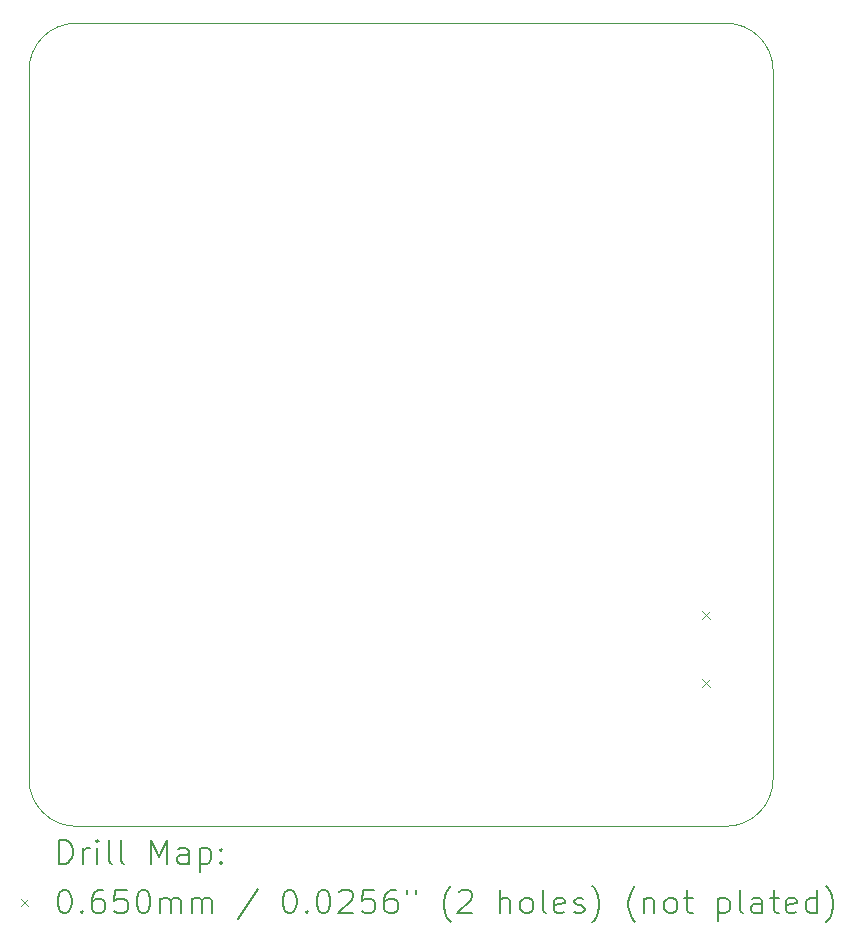
<source format=gbr>
%TF.GenerationSoftware,KiCad,Pcbnew,7.0.7*%
%TF.CreationDate,2024-02-22T09:52:41+01:00*%
%TF.ProjectId,Floppy Soldering station 3.0,466c6f70-7079-4205-936f-6c646572696e,1.0*%
%TF.SameCoordinates,Original*%
%TF.FileFunction,Drillmap*%
%TF.FilePolarity,Positive*%
%FSLAX45Y45*%
G04 Gerber Fmt 4.5, Leading zero omitted, Abs format (unit mm)*
G04 Created by KiCad (PCBNEW 7.0.7) date 2024-02-22 09:52:41*
%MOMM*%
%LPD*%
G01*
G04 APERTURE LIST*
%ADD10C,0.100000*%
%ADD11C,0.200000*%
%ADD12C,0.065000*%
G04 APERTURE END LIST*
D10*
X18700000Y-6600000D02*
G75*
G03*
X18300000Y-6200000I-400000J0D01*
G01*
X18300000Y-13000000D02*
G75*
G03*
X18700000Y-12600000I0J400000D01*
G01*
X12800000Y-6200000D02*
G75*
G03*
X12400000Y-6600000I0J-400000D01*
G01*
X18700000Y-12600000D02*
X18700000Y-6600000D01*
X12400000Y-6600000D02*
X12400000Y-12600000D01*
X12800000Y-13000000D02*
X18300000Y-13000000D01*
X18300000Y-6200000D02*
X12800000Y-6200000D01*
X12400000Y-12600000D02*
G75*
G03*
X12800000Y-13000000I400000J0D01*
G01*
D11*
D12*
X18099500Y-11178500D02*
X18164500Y-11243500D01*
X18164500Y-11178500D02*
X18099500Y-11243500D01*
X18099500Y-11756500D02*
X18164500Y-11821500D01*
X18164500Y-11756500D02*
X18099500Y-11821500D01*
D11*
X12655777Y-13316484D02*
X12655777Y-13116484D01*
X12655777Y-13116484D02*
X12703396Y-13116484D01*
X12703396Y-13116484D02*
X12731967Y-13126008D01*
X12731967Y-13126008D02*
X12751015Y-13145055D01*
X12751015Y-13145055D02*
X12760539Y-13164103D01*
X12760539Y-13164103D02*
X12770062Y-13202198D01*
X12770062Y-13202198D02*
X12770062Y-13230769D01*
X12770062Y-13230769D02*
X12760539Y-13268865D01*
X12760539Y-13268865D02*
X12751015Y-13287912D01*
X12751015Y-13287912D02*
X12731967Y-13306960D01*
X12731967Y-13306960D02*
X12703396Y-13316484D01*
X12703396Y-13316484D02*
X12655777Y-13316484D01*
X12855777Y-13316484D02*
X12855777Y-13183150D01*
X12855777Y-13221246D02*
X12865301Y-13202198D01*
X12865301Y-13202198D02*
X12874824Y-13192674D01*
X12874824Y-13192674D02*
X12893872Y-13183150D01*
X12893872Y-13183150D02*
X12912920Y-13183150D01*
X12979586Y-13316484D02*
X12979586Y-13183150D01*
X12979586Y-13116484D02*
X12970062Y-13126008D01*
X12970062Y-13126008D02*
X12979586Y-13135531D01*
X12979586Y-13135531D02*
X12989110Y-13126008D01*
X12989110Y-13126008D02*
X12979586Y-13116484D01*
X12979586Y-13116484D02*
X12979586Y-13135531D01*
X13103396Y-13316484D02*
X13084348Y-13306960D01*
X13084348Y-13306960D02*
X13074824Y-13287912D01*
X13074824Y-13287912D02*
X13074824Y-13116484D01*
X13208158Y-13316484D02*
X13189110Y-13306960D01*
X13189110Y-13306960D02*
X13179586Y-13287912D01*
X13179586Y-13287912D02*
X13179586Y-13116484D01*
X13436729Y-13316484D02*
X13436729Y-13116484D01*
X13436729Y-13116484D02*
X13503396Y-13259341D01*
X13503396Y-13259341D02*
X13570062Y-13116484D01*
X13570062Y-13116484D02*
X13570062Y-13316484D01*
X13751015Y-13316484D02*
X13751015Y-13211722D01*
X13751015Y-13211722D02*
X13741491Y-13192674D01*
X13741491Y-13192674D02*
X13722443Y-13183150D01*
X13722443Y-13183150D02*
X13684348Y-13183150D01*
X13684348Y-13183150D02*
X13665301Y-13192674D01*
X13751015Y-13306960D02*
X13731967Y-13316484D01*
X13731967Y-13316484D02*
X13684348Y-13316484D01*
X13684348Y-13316484D02*
X13665301Y-13306960D01*
X13665301Y-13306960D02*
X13655777Y-13287912D01*
X13655777Y-13287912D02*
X13655777Y-13268865D01*
X13655777Y-13268865D02*
X13665301Y-13249817D01*
X13665301Y-13249817D02*
X13684348Y-13240293D01*
X13684348Y-13240293D02*
X13731967Y-13240293D01*
X13731967Y-13240293D02*
X13751015Y-13230769D01*
X13846253Y-13183150D02*
X13846253Y-13383150D01*
X13846253Y-13192674D02*
X13865301Y-13183150D01*
X13865301Y-13183150D02*
X13903396Y-13183150D01*
X13903396Y-13183150D02*
X13922443Y-13192674D01*
X13922443Y-13192674D02*
X13931967Y-13202198D01*
X13931967Y-13202198D02*
X13941491Y-13221246D01*
X13941491Y-13221246D02*
X13941491Y-13278388D01*
X13941491Y-13278388D02*
X13931967Y-13297436D01*
X13931967Y-13297436D02*
X13922443Y-13306960D01*
X13922443Y-13306960D02*
X13903396Y-13316484D01*
X13903396Y-13316484D02*
X13865301Y-13316484D01*
X13865301Y-13316484D02*
X13846253Y-13306960D01*
X14027205Y-13297436D02*
X14036729Y-13306960D01*
X14036729Y-13306960D02*
X14027205Y-13316484D01*
X14027205Y-13316484D02*
X14017682Y-13306960D01*
X14017682Y-13306960D02*
X14027205Y-13297436D01*
X14027205Y-13297436D02*
X14027205Y-13316484D01*
X14027205Y-13192674D02*
X14036729Y-13202198D01*
X14036729Y-13202198D02*
X14027205Y-13211722D01*
X14027205Y-13211722D02*
X14017682Y-13202198D01*
X14017682Y-13202198D02*
X14027205Y-13192674D01*
X14027205Y-13192674D02*
X14027205Y-13211722D01*
D12*
X12330000Y-13612500D02*
X12395000Y-13677500D01*
X12395000Y-13612500D02*
X12330000Y-13677500D01*
D11*
X12693872Y-13536484D02*
X12712920Y-13536484D01*
X12712920Y-13536484D02*
X12731967Y-13546008D01*
X12731967Y-13546008D02*
X12741491Y-13555531D01*
X12741491Y-13555531D02*
X12751015Y-13574579D01*
X12751015Y-13574579D02*
X12760539Y-13612674D01*
X12760539Y-13612674D02*
X12760539Y-13660293D01*
X12760539Y-13660293D02*
X12751015Y-13698388D01*
X12751015Y-13698388D02*
X12741491Y-13717436D01*
X12741491Y-13717436D02*
X12731967Y-13726960D01*
X12731967Y-13726960D02*
X12712920Y-13736484D01*
X12712920Y-13736484D02*
X12693872Y-13736484D01*
X12693872Y-13736484D02*
X12674824Y-13726960D01*
X12674824Y-13726960D02*
X12665301Y-13717436D01*
X12665301Y-13717436D02*
X12655777Y-13698388D01*
X12655777Y-13698388D02*
X12646253Y-13660293D01*
X12646253Y-13660293D02*
X12646253Y-13612674D01*
X12646253Y-13612674D02*
X12655777Y-13574579D01*
X12655777Y-13574579D02*
X12665301Y-13555531D01*
X12665301Y-13555531D02*
X12674824Y-13546008D01*
X12674824Y-13546008D02*
X12693872Y-13536484D01*
X12846253Y-13717436D02*
X12855777Y-13726960D01*
X12855777Y-13726960D02*
X12846253Y-13736484D01*
X12846253Y-13736484D02*
X12836729Y-13726960D01*
X12836729Y-13726960D02*
X12846253Y-13717436D01*
X12846253Y-13717436D02*
X12846253Y-13736484D01*
X13027205Y-13536484D02*
X12989110Y-13536484D01*
X12989110Y-13536484D02*
X12970062Y-13546008D01*
X12970062Y-13546008D02*
X12960539Y-13555531D01*
X12960539Y-13555531D02*
X12941491Y-13584103D01*
X12941491Y-13584103D02*
X12931967Y-13622198D01*
X12931967Y-13622198D02*
X12931967Y-13698388D01*
X12931967Y-13698388D02*
X12941491Y-13717436D01*
X12941491Y-13717436D02*
X12951015Y-13726960D01*
X12951015Y-13726960D02*
X12970062Y-13736484D01*
X12970062Y-13736484D02*
X13008158Y-13736484D01*
X13008158Y-13736484D02*
X13027205Y-13726960D01*
X13027205Y-13726960D02*
X13036729Y-13717436D01*
X13036729Y-13717436D02*
X13046253Y-13698388D01*
X13046253Y-13698388D02*
X13046253Y-13650769D01*
X13046253Y-13650769D02*
X13036729Y-13631722D01*
X13036729Y-13631722D02*
X13027205Y-13622198D01*
X13027205Y-13622198D02*
X13008158Y-13612674D01*
X13008158Y-13612674D02*
X12970062Y-13612674D01*
X12970062Y-13612674D02*
X12951015Y-13622198D01*
X12951015Y-13622198D02*
X12941491Y-13631722D01*
X12941491Y-13631722D02*
X12931967Y-13650769D01*
X13227205Y-13536484D02*
X13131967Y-13536484D01*
X13131967Y-13536484D02*
X13122443Y-13631722D01*
X13122443Y-13631722D02*
X13131967Y-13622198D01*
X13131967Y-13622198D02*
X13151015Y-13612674D01*
X13151015Y-13612674D02*
X13198634Y-13612674D01*
X13198634Y-13612674D02*
X13217682Y-13622198D01*
X13217682Y-13622198D02*
X13227205Y-13631722D01*
X13227205Y-13631722D02*
X13236729Y-13650769D01*
X13236729Y-13650769D02*
X13236729Y-13698388D01*
X13236729Y-13698388D02*
X13227205Y-13717436D01*
X13227205Y-13717436D02*
X13217682Y-13726960D01*
X13217682Y-13726960D02*
X13198634Y-13736484D01*
X13198634Y-13736484D02*
X13151015Y-13736484D01*
X13151015Y-13736484D02*
X13131967Y-13726960D01*
X13131967Y-13726960D02*
X13122443Y-13717436D01*
X13360539Y-13536484D02*
X13379586Y-13536484D01*
X13379586Y-13536484D02*
X13398634Y-13546008D01*
X13398634Y-13546008D02*
X13408158Y-13555531D01*
X13408158Y-13555531D02*
X13417682Y-13574579D01*
X13417682Y-13574579D02*
X13427205Y-13612674D01*
X13427205Y-13612674D02*
X13427205Y-13660293D01*
X13427205Y-13660293D02*
X13417682Y-13698388D01*
X13417682Y-13698388D02*
X13408158Y-13717436D01*
X13408158Y-13717436D02*
X13398634Y-13726960D01*
X13398634Y-13726960D02*
X13379586Y-13736484D01*
X13379586Y-13736484D02*
X13360539Y-13736484D01*
X13360539Y-13736484D02*
X13341491Y-13726960D01*
X13341491Y-13726960D02*
X13331967Y-13717436D01*
X13331967Y-13717436D02*
X13322443Y-13698388D01*
X13322443Y-13698388D02*
X13312920Y-13660293D01*
X13312920Y-13660293D02*
X13312920Y-13612674D01*
X13312920Y-13612674D02*
X13322443Y-13574579D01*
X13322443Y-13574579D02*
X13331967Y-13555531D01*
X13331967Y-13555531D02*
X13341491Y-13546008D01*
X13341491Y-13546008D02*
X13360539Y-13536484D01*
X13512920Y-13736484D02*
X13512920Y-13603150D01*
X13512920Y-13622198D02*
X13522443Y-13612674D01*
X13522443Y-13612674D02*
X13541491Y-13603150D01*
X13541491Y-13603150D02*
X13570063Y-13603150D01*
X13570063Y-13603150D02*
X13589110Y-13612674D01*
X13589110Y-13612674D02*
X13598634Y-13631722D01*
X13598634Y-13631722D02*
X13598634Y-13736484D01*
X13598634Y-13631722D02*
X13608158Y-13612674D01*
X13608158Y-13612674D02*
X13627205Y-13603150D01*
X13627205Y-13603150D02*
X13655777Y-13603150D01*
X13655777Y-13603150D02*
X13674824Y-13612674D01*
X13674824Y-13612674D02*
X13684348Y-13631722D01*
X13684348Y-13631722D02*
X13684348Y-13736484D01*
X13779586Y-13736484D02*
X13779586Y-13603150D01*
X13779586Y-13622198D02*
X13789110Y-13612674D01*
X13789110Y-13612674D02*
X13808158Y-13603150D01*
X13808158Y-13603150D02*
X13836729Y-13603150D01*
X13836729Y-13603150D02*
X13855777Y-13612674D01*
X13855777Y-13612674D02*
X13865301Y-13631722D01*
X13865301Y-13631722D02*
X13865301Y-13736484D01*
X13865301Y-13631722D02*
X13874824Y-13612674D01*
X13874824Y-13612674D02*
X13893872Y-13603150D01*
X13893872Y-13603150D02*
X13922443Y-13603150D01*
X13922443Y-13603150D02*
X13941491Y-13612674D01*
X13941491Y-13612674D02*
X13951015Y-13631722D01*
X13951015Y-13631722D02*
X13951015Y-13736484D01*
X14341491Y-13526960D02*
X14170063Y-13784103D01*
X14598634Y-13536484D02*
X14617682Y-13536484D01*
X14617682Y-13536484D02*
X14636729Y-13546008D01*
X14636729Y-13546008D02*
X14646253Y-13555531D01*
X14646253Y-13555531D02*
X14655777Y-13574579D01*
X14655777Y-13574579D02*
X14665301Y-13612674D01*
X14665301Y-13612674D02*
X14665301Y-13660293D01*
X14665301Y-13660293D02*
X14655777Y-13698388D01*
X14655777Y-13698388D02*
X14646253Y-13717436D01*
X14646253Y-13717436D02*
X14636729Y-13726960D01*
X14636729Y-13726960D02*
X14617682Y-13736484D01*
X14617682Y-13736484D02*
X14598634Y-13736484D01*
X14598634Y-13736484D02*
X14579586Y-13726960D01*
X14579586Y-13726960D02*
X14570063Y-13717436D01*
X14570063Y-13717436D02*
X14560539Y-13698388D01*
X14560539Y-13698388D02*
X14551015Y-13660293D01*
X14551015Y-13660293D02*
X14551015Y-13612674D01*
X14551015Y-13612674D02*
X14560539Y-13574579D01*
X14560539Y-13574579D02*
X14570063Y-13555531D01*
X14570063Y-13555531D02*
X14579586Y-13546008D01*
X14579586Y-13546008D02*
X14598634Y-13536484D01*
X14751015Y-13717436D02*
X14760539Y-13726960D01*
X14760539Y-13726960D02*
X14751015Y-13736484D01*
X14751015Y-13736484D02*
X14741491Y-13726960D01*
X14741491Y-13726960D02*
X14751015Y-13717436D01*
X14751015Y-13717436D02*
X14751015Y-13736484D01*
X14884348Y-13536484D02*
X14903396Y-13536484D01*
X14903396Y-13536484D02*
X14922444Y-13546008D01*
X14922444Y-13546008D02*
X14931967Y-13555531D01*
X14931967Y-13555531D02*
X14941491Y-13574579D01*
X14941491Y-13574579D02*
X14951015Y-13612674D01*
X14951015Y-13612674D02*
X14951015Y-13660293D01*
X14951015Y-13660293D02*
X14941491Y-13698388D01*
X14941491Y-13698388D02*
X14931967Y-13717436D01*
X14931967Y-13717436D02*
X14922444Y-13726960D01*
X14922444Y-13726960D02*
X14903396Y-13736484D01*
X14903396Y-13736484D02*
X14884348Y-13736484D01*
X14884348Y-13736484D02*
X14865301Y-13726960D01*
X14865301Y-13726960D02*
X14855777Y-13717436D01*
X14855777Y-13717436D02*
X14846253Y-13698388D01*
X14846253Y-13698388D02*
X14836729Y-13660293D01*
X14836729Y-13660293D02*
X14836729Y-13612674D01*
X14836729Y-13612674D02*
X14846253Y-13574579D01*
X14846253Y-13574579D02*
X14855777Y-13555531D01*
X14855777Y-13555531D02*
X14865301Y-13546008D01*
X14865301Y-13546008D02*
X14884348Y-13536484D01*
X15027206Y-13555531D02*
X15036729Y-13546008D01*
X15036729Y-13546008D02*
X15055777Y-13536484D01*
X15055777Y-13536484D02*
X15103396Y-13536484D01*
X15103396Y-13536484D02*
X15122444Y-13546008D01*
X15122444Y-13546008D02*
X15131967Y-13555531D01*
X15131967Y-13555531D02*
X15141491Y-13574579D01*
X15141491Y-13574579D02*
X15141491Y-13593627D01*
X15141491Y-13593627D02*
X15131967Y-13622198D01*
X15131967Y-13622198D02*
X15017682Y-13736484D01*
X15017682Y-13736484D02*
X15141491Y-13736484D01*
X15322444Y-13536484D02*
X15227206Y-13536484D01*
X15227206Y-13536484D02*
X15217682Y-13631722D01*
X15217682Y-13631722D02*
X15227206Y-13622198D01*
X15227206Y-13622198D02*
X15246253Y-13612674D01*
X15246253Y-13612674D02*
X15293872Y-13612674D01*
X15293872Y-13612674D02*
X15312920Y-13622198D01*
X15312920Y-13622198D02*
X15322444Y-13631722D01*
X15322444Y-13631722D02*
X15331967Y-13650769D01*
X15331967Y-13650769D02*
X15331967Y-13698388D01*
X15331967Y-13698388D02*
X15322444Y-13717436D01*
X15322444Y-13717436D02*
X15312920Y-13726960D01*
X15312920Y-13726960D02*
X15293872Y-13736484D01*
X15293872Y-13736484D02*
X15246253Y-13736484D01*
X15246253Y-13736484D02*
X15227206Y-13726960D01*
X15227206Y-13726960D02*
X15217682Y-13717436D01*
X15503396Y-13536484D02*
X15465301Y-13536484D01*
X15465301Y-13536484D02*
X15446253Y-13546008D01*
X15446253Y-13546008D02*
X15436729Y-13555531D01*
X15436729Y-13555531D02*
X15417682Y-13584103D01*
X15417682Y-13584103D02*
X15408158Y-13622198D01*
X15408158Y-13622198D02*
X15408158Y-13698388D01*
X15408158Y-13698388D02*
X15417682Y-13717436D01*
X15417682Y-13717436D02*
X15427206Y-13726960D01*
X15427206Y-13726960D02*
X15446253Y-13736484D01*
X15446253Y-13736484D02*
X15484348Y-13736484D01*
X15484348Y-13736484D02*
X15503396Y-13726960D01*
X15503396Y-13726960D02*
X15512920Y-13717436D01*
X15512920Y-13717436D02*
X15522444Y-13698388D01*
X15522444Y-13698388D02*
X15522444Y-13650769D01*
X15522444Y-13650769D02*
X15512920Y-13631722D01*
X15512920Y-13631722D02*
X15503396Y-13622198D01*
X15503396Y-13622198D02*
X15484348Y-13612674D01*
X15484348Y-13612674D02*
X15446253Y-13612674D01*
X15446253Y-13612674D02*
X15427206Y-13622198D01*
X15427206Y-13622198D02*
X15417682Y-13631722D01*
X15417682Y-13631722D02*
X15408158Y-13650769D01*
X15598634Y-13536484D02*
X15598634Y-13574579D01*
X15674825Y-13536484D02*
X15674825Y-13574579D01*
X15970063Y-13812674D02*
X15960539Y-13803150D01*
X15960539Y-13803150D02*
X15941491Y-13774579D01*
X15941491Y-13774579D02*
X15931968Y-13755531D01*
X15931968Y-13755531D02*
X15922444Y-13726960D01*
X15922444Y-13726960D02*
X15912920Y-13679341D01*
X15912920Y-13679341D02*
X15912920Y-13641246D01*
X15912920Y-13641246D02*
X15922444Y-13593627D01*
X15922444Y-13593627D02*
X15931968Y-13565055D01*
X15931968Y-13565055D02*
X15941491Y-13546008D01*
X15941491Y-13546008D02*
X15960539Y-13517436D01*
X15960539Y-13517436D02*
X15970063Y-13507912D01*
X16036729Y-13555531D02*
X16046253Y-13546008D01*
X16046253Y-13546008D02*
X16065301Y-13536484D01*
X16065301Y-13536484D02*
X16112920Y-13536484D01*
X16112920Y-13536484D02*
X16131968Y-13546008D01*
X16131968Y-13546008D02*
X16141491Y-13555531D01*
X16141491Y-13555531D02*
X16151015Y-13574579D01*
X16151015Y-13574579D02*
X16151015Y-13593627D01*
X16151015Y-13593627D02*
X16141491Y-13622198D01*
X16141491Y-13622198D02*
X16027206Y-13736484D01*
X16027206Y-13736484D02*
X16151015Y-13736484D01*
X16389110Y-13736484D02*
X16389110Y-13536484D01*
X16474825Y-13736484D02*
X16474825Y-13631722D01*
X16474825Y-13631722D02*
X16465301Y-13612674D01*
X16465301Y-13612674D02*
X16446253Y-13603150D01*
X16446253Y-13603150D02*
X16417682Y-13603150D01*
X16417682Y-13603150D02*
X16398634Y-13612674D01*
X16398634Y-13612674D02*
X16389110Y-13622198D01*
X16598634Y-13736484D02*
X16579587Y-13726960D01*
X16579587Y-13726960D02*
X16570063Y-13717436D01*
X16570063Y-13717436D02*
X16560539Y-13698388D01*
X16560539Y-13698388D02*
X16560539Y-13641246D01*
X16560539Y-13641246D02*
X16570063Y-13622198D01*
X16570063Y-13622198D02*
X16579587Y-13612674D01*
X16579587Y-13612674D02*
X16598634Y-13603150D01*
X16598634Y-13603150D02*
X16627206Y-13603150D01*
X16627206Y-13603150D02*
X16646253Y-13612674D01*
X16646253Y-13612674D02*
X16655777Y-13622198D01*
X16655777Y-13622198D02*
X16665301Y-13641246D01*
X16665301Y-13641246D02*
X16665301Y-13698388D01*
X16665301Y-13698388D02*
X16655777Y-13717436D01*
X16655777Y-13717436D02*
X16646253Y-13726960D01*
X16646253Y-13726960D02*
X16627206Y-13736484D01*
X16627206Y-13736484D02*
X16598634Y-13736484D01*
X16779587Y-13736484D02*
X16760539Y-13726960D01*
X16760539Y-13726960D02*
X16751015Y-13707912D01*
X16751015Y-13707912D02*
X16751015Y-13536484D01*
X16931968Y-13726960D02*
X16912920Y-13736484D01*
X16912920Y-13736484D02*
X16874825Y-13736484D01*
X16874825Y-13736484D02*
X16855777Y-13726960D01*
X16855777Y-13726960D02*
X16846253Y-13707912D01*
X16846253Y-13707912D02*
X16846253Y-13631722D01*
X16846253Y-13631722D02*
X16855777Y-13612674D01*
X16855777Y-13612674D02*
X16874825Y-13603150D01*
X16874825Y-13603150D02*
X16912920Y-13603150D01*
X16912920Y-13603150D02*
X16931968Y-13612674D01*
X16931968Y-13612674D02*
X16941492Y-13631722D01*
X16941492Y-13631722D02*
X16941492Y-13650769D01*
X16941492Y-13650769D02*
X16846253Y-13669817D01*
X17017682Y-13726960D02*
X17036730Y-13736484D01*
X17036730Y-13736484D02*
X17074825Y-13736484D01*
X17074825Y-13736484D02*
X17093873Y-13726960D01*
X17093873Y-13726960D02*
X17103396Y-13707912D01*
X17103396Y-13707912D02*
X17103396Y-13698388D01*
X17103396Y-13698388D02*
X17093873Y-13679341D01*
X17093873Y-13679341D02*
X17074825Y-13669817D01*
X17074825Y-13669817D02*
X17046253Y-13669817D01*
X17046253Y-13669817D02*
X17027206Y-13660293D01*
X17027206Y-13660293D02*
X17017682Y-13641246D01*
X17017682Y-13641246D02*
X17017682Y-13631722D01*
X17017682Y-13631722D02*
X17027206Y-13612674D01*
X17027206Y-13612674D02*
X17046253Y-13603150D01*
X17046253Y-13603150D02*
X17074825Y-13603150D01*
X17074825Y-13603150D02*
X17093873Y-13612674D01*
X17170063Y-13812674D02*
X17179587Y-13803150D01*
X17179587Y-13803150D02*
X17198634Y-13774579D01*
X17198634Y-13774579D02*
X17208158Y-13755531D01*
X17208158Y-13755531D02*
X17217682Y-13726960D01*
X17217682Y-13726960D02*
X17227206Y-13679341D01*
X17227206Y-13679341D02*
X17227206Y-13641246D01*
X17227206Y-13641246D02*
X17217682Y-13593627D01*
X17217682Y-13593627D02*
X17208158Y-13565055D01*
X17208158Y-13565055D02*
X17198634Y-13546008D01*
X17198634Y-13546008D02*
X17179587Y-13517436D01*
X17179587Y-13517436D02*
X17170063Y-13507912D01*
X17531968Y-13812674D02*
X17522444Y-13803150D01*
X17522444Y-13803150D02*
X17503396Y-13774579D01*
X17503396Y-13774579D02*
X17493873Y-13755531D01*
X17493873Y-13755531D02*
X17484349Y-13726960D01*
X17484349Y-13726960D02*
X17474825Y-13679341D01*
X17474825Y-13679341D02*
X17474825Y-13641246D01*
X17474825Y-13641246D02*
X17484349Y-13593627D01*
X17484349Y-13593627D02*
X17493873Y-13565055D01*
X17493873Y-13565055D02*
X17503396Y-13546008D01*
X17503396Y-13546008D02*
X17522444Y-13517436D01*
X17522444Y-13517436D02*
X17531968Y-13507912D01*
X17608158Y-13603150D02*
X17608158Y-13736484D01*
X17608158Y-13622198D02*
X17617682Y-13612674D01*
X17617682Y-13612674D02*
X17636730Y-13603150D01*
X17636730Y-13603150D02*
X17665301Y-13603150D01*
X17665301Y-13603150D02*
X17684349Y-13612674D01*
X17684349Y-13612674D02*
X17693873Y-13631722D01*
X17693873Y-13631722D02*
X17693873Y-13736484D01*
X17817682Y-13736484D02*
X17798634Y-13726960D01*
X17798634Y-13726960D02*
X17789111Y-13717436D01*
X17789111Y-13717436D02*
X17779587Y-13698388D01*
X17779587Y-13698388D02*
X17779587Y-13641246D01*
X17779587Y-13641246D02*
X17789111Y-13622198D01*
X17789111Y-13622198D02*
X17798634Y-13612674D01*
X17798634Y-13612674D02*
X17817682Y-13603150D01*
X17817682Y-13603150D02*
X17846254Y-13603150D01*
X17846254Y-13603150D02*
X17865301Y-13612674D01*
X17865301Y-13612674D02*
X17874825Y-13622198D01*
X17874825Y-13622198D02*
X17884349Y-13641246D01*
X17884349Y-13641246D02*
X17884349Y-13698388D01*
X17884349Y-13698388D02*
X17874825Y-13717436D01*
X17874825Y-13717436D02*
X17865301Y-13726960D01*
X17865301Y-13726960D02*
X17846254Y-13736484D01*
X17846254Y-13736484D02*
X17817682Y-13736484D01*
X17941492Y-13603150D02*
X18017682Y-13603150D01*
X17970063Y-13536484D02*
X17970063Y-13707912D01*
X17970063Y-13707912D02*
X17979587Y-13726960D01*
X17979587Y-13726960D02*
X17998634Y-13736484D01*
X17998634Y-13736484D02*
X18017682Y-13736484D01*
X18236730Y-13603150D02*
X18236730Y-13803150D01*
X18236730Y-13612674D02*
X18255777Y-13603150D01*
X18255777Y-13603150D02*
X18293873Y-13603150D01*
X18293873Y-13603150D02*
X18312920Y-13612674D01*
X18312920Y-13612674D02*
X18322444Y-13622198D01*
X18322444Y-13622198D02*
X18331968Y-13641246D01*
X18331968Y-13641246D02*
X18331968Y-13698388D01*
X18331968Y-13698388D02*
X18322444Y-13717436D01*
X18322444Y-13717436D02*
X18312920Y-13726960D01*
X18312920Y-13726960D02*
X18293873Y-13736484D01*
X18293873Y-13736484D02*
X18255777Y-13736484D01*
X18255777Y-13736484D02*
X18236730Y-13726960D01*
X18446254Y-13736484D02*
X18427206Y-13726960D01*
X18427206Y-13726960D02*
X18417682Y-13707912D01*
X18417682Y-13707912D02*
X18417682Y-13536484D01*
X18608158Y-13736484D02*
X18608158Y-13631722D01*
X18608158Y-13631722D02*
X18598635Y-13612674D01*
X18598635Y-13612674D02*
X18579587Y-13603150D01*
X18579587Y-13603150D02*
X18541492Y-13603150D01*
X18541492Y-13603150D02*
X18522444Y-13612674D01*
X18608158Y-13726960D02*
X18589111Y-13736484D01*
X18589111Y-13736484D02*
X18541492Y-13736484D01*
X18541492Y-13736484D02*
X18522444Y-13726960D01*
X18522444Y-13726960D02*
X18512920Y-13707912D01*
X18512920Y-13707912D02*
X18512920Y-13688865D01*
X18512920Y-13688865D02*
X18522444Y-13669817D01*
X18522444Y-13669817D02*
X18541492Y-13660293D01*
X18541492Y-13660293D02*
X18589111Y-13660293D01*
X18589111Y-13660293D02*
X18608158Y-13650769D01*
X18674825Y-13603150D02*
X18751015Y-13603150D01*
X18703396Y-13536484D02*
X18703396Y-13707912D01*
X18703396Y-13707912D02*
X18712920Y-13726960D01*
X18712920Y-13726960D02*
X18731968Y-13736484D01*
X18731968Y-13736484D02*
X18751015Y-13736484D01*
X18893873Y-13726960D02*
X18874825Y-13736484D01*
X18874825Y-13736484D02*
X18836730Y-13736484D01*
X18836730Y-13736484D02*
X18817682Y-13726960D01*
X18817682Y-13726960D02*
X18808158Y-13707912D01*
X18808158Y-13707912D02*
X18808158Y-13631722D01*
X18808158Y-13631722D02*
X18817682Y-13612674D01*
X18817682Y-13612674D02*
X18836730Y-13603150D01*
X18836730Y-13603150D02*
X18874825Y-13603150D01*
X18874825Y-13603150D02*
X18893873Y-13612674D01*
X18893873Y-13612674D02*
X18903396Y-13631722D01*
X18903396Y-13631722D02*
X18903396Y-13650769D01*
X18903396Y-13650769D02*
X18808158Y-13669817D01*
X19074825Y-13736484D02*
X19074825Y-13536484D01*
X19074825Y-13726960D02*
X19055777Y-13736484D01*
X19055777Y-13736484D02*
X19017682Y-13736484D01*
X19017682Y-13736484D02*
X18998635Y-13726960D01*
X18998635Y-13726960D02*
X18989111Y-13717436D01*
X18989111Y-13717436D02*
X18979587Y-13698388D01*
X18979587Y-13698388D02*
X18979587Y-13641246D01*
X18979587Y-13641246D02*
X18989111Y-13622198D01*
X18989111Y-13622198D02*
X18998635Y-13612674D01*
X18998635Y-13612674D02*
X19017682Y-13603150D01*
X19017682Y-13603150D02*
X19055777Y-13603150D01*
X19055777Y-13603150D02*
X19074825Y-13612674D01*
X19151016Y-13812674D02*
X19160539Y-13803150D01*
X19160539Y-13803150D02*
X19179587Y-13774579D01*
X19179587Y-13774579D02*
X19189111Y-13755531D01*
X19189111Y-13755531D02*
X19198635Y-13726960D01*
X19198635Y-13726960D02*
X19208158Y-13679341D01*
X19208158Y-13679341D02*
X19208158Y-13641246D01*
X19208158Y-13641246D02*
X19198635Y-13593627D01*
X19198635Y-13593627D02*
X19189111Y-13565055D01*
X19189111Y-13565055D02*
X19179587Y-13546008D01*
X19179587Y-13546008D02*
X19160539Y-13517436D01*
X19160539Y-13517436D02*
X19151016Y-13507912D01*
M02*

</source>
